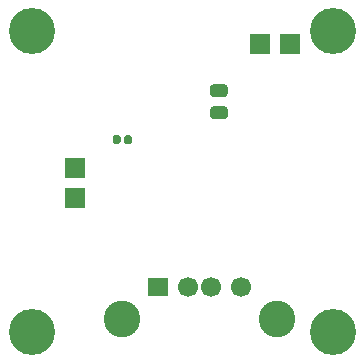
<source format=gbr>
%TF.GenerationSoftware,KiCad,Pcbnew,(5.1.6)-1*%
%TF.CreationDate,2020-10-01T20:51:16-05:00*%
%TF.ProjectId,USB_MP2637,5553425f-4d50-4323-9633-372e6b696361,rev?*%
%TF.SameCoordinates,Original*%
%TF.FileFunction,Soldermask,Bot*%
%TF.FilePolarity,Negative*%
%FSLAX46Y46*%
G04 Gerber Fmt 4.6, Leading zero omitted, Abs format (unit mm)*
G04 Created by KiCad (PCBNEW (5.1.6)-1) date 2020-10-01 20:51:16*
%MOMM*%
%LPD*%
G01*
G04 APERTURE LIST*
%ADD10C,3.900000*%
%ADD11R,1.800000X1.800000*%
%ADD12C,1.700000*%
%ADD13R,1.700000X1.600000*%
%ADD14C,3.100000*%
G04 APERTURE END LIST*
%TO.C,J5*%
G36*
G01*
X118581250Y-127825000D02*
X117618750Y-127825000D01*
G75*
G02*
X117350000Y-127556250I0J268750D01*
G01*
X117350000Y-127018750D01*
G75*
G02*
X117618750Y-126750000I268750J0D01*
G01*
X118581250Y-126750000D01*
G75*
G02*
X118850000Y-127018750I0J-268750D01*
G01*
X118850000Y-127556250D01*
G75*
G02*
X118581250Y-127825000I-268750J0D01*
G01*
G37*
G36*
G01*
X118581250Y-129700000D02*
X117618750Y-129700000D01*
G75*
G02*
X117350000Y-129431250I0J268750D01*
G01*
X117350000Y-128893750D01*
G75*
G02*
X117618750Y-128625000I268750J0D01*
G01*
X118581250Y-128625000D01*
G75*
G02*
X118850000Y-128893750I0J-268750D01*
G01*
X118850000Y-129431250D01*
G75*
G02*
X118581250Y-129700000I-268750J0D01*
G01*
G37*
%TD*%
%TO.C,R17*%
G36*
G01*
X109785000Y-131252500D02*
X109785000Y-131647500D01*
G75*
G02*
X109612500Y-131820000I-172500J0D01*
G01*
X109267500Y-131820000D01*
G75*
G02*
X109095000Y-131647500I0J172500D01*
G01*
X109095000Y-131252500D01*
G75*
G02*
X109267500Y-131080000I172500J0D01*
G01*
X109612500Y-131080000D01*
G75*
G02*
X109785000Y-131252500I0J-172500D01*
G01*
G37*
G36*
G01*
X110755000Y-131252500D02*
X110755000Y-131647500D01*
G75*
G02*
X110582500Y-131820000I-172500J0D01*
G01*
X110237500Y-131820000D01*
G75*
G02*
X110065000Y-131647500I0J172500D01*
G01*
X110065000Y-131252500D01*
G75*
G02*
X110237500Y-131080000I172500J0D01*
G01*
X110582500Y-131080000D01*
G75*
G02*
X110755000Y-131252500I0J-172500D01*
G01*
G37*
%TD*%
D10*
%TO.C,H4*%
X127750000Y-122250000D03*
%TD*%
%TO.C,H3*%
X127750000Y-147750000D03*
%TD*%
%TO.C,H2*%
X102250000Y-147750000D03*
%TD*%
%TO.C,H1*%
X102250000Y-122250000D03*
%TD*%
D11*
%TO.C,J2*%
X124140000Y-123350000D03*
X121600000Y-123350000D03*
%TD*%
D12*
%TO.C,J3*%
X119950000Y-143900000D03*
X117450000Y-143900000D03*
X115450000Y-143900000D03*
D13*
X112950000Y-143900000D03*
D14*
X123020000Y-146610000D03*
X109880000Y-146610000D03*
%TD*%
D11*
%TO.C,J1*%
X105900000Y-133860000D03*
X105900000Y-136400000D03*
%TD*%
M02*

</source>
